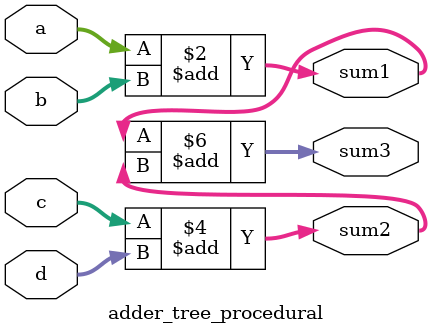
<source format=v>
module adder_tree_procedural (
    input [3:0] a,
    input [3:0] b,
    input [7:0] c,
    input [7:0] d,
    output reg [4:0] sum1,
    output reg [8:0] sum2,
    output reg [9:0] sum3
);

    always @(a or b) begin
        sum1 = a + b ;
    end

    always @(c or d) begin
        sum2 = c + d ;
    end

    always @(*) begin
        sum3 = sum1 + sum2 ;
    end
    
endmodule
</source>
